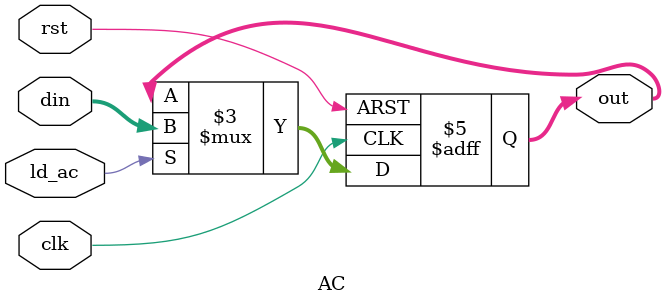
<source format=v>
module AC (input [7:0] din, input ld_ac,clk,rst, output reg [7:0] out);
	always @(posedge clk or negedge rst) begin
		if(!rst)
			out<=0;
		else if(ld_ac)
			out<=din;
	end
endmodule

</source>
